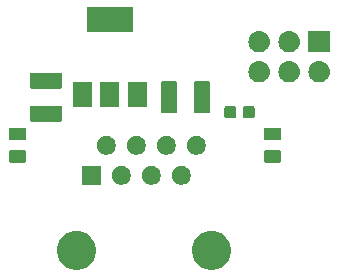
<source format=gbr>
G04 #@! TF.GenerationSoftware,KiCad,Pcbnew,(5.1.2)-2*
G04 #@! TF.CreationDate,2019-08-10T11:19:50-04:00*
G04 #@! TF.ProjectId,toyota-angle-sensor,746f796f-7461-42d6-916e-676c652d7365,rev?*
G04 #@! TF.SameCoordinates,Original*
G04 #@! TF.FileFunction,Soldermask,Top*
G04 #@! TF.FilePolarity,Negative*
%FSLAX46Y46*%
G04 Gerber Fmt 4.6, Leading zero omitted, Abs format (unit mm)*
G04 Created by KiCad (PCBNEW (5.1.2)-2) date 2019-08-10 11:19:50*
%MOMM*%
%LPD*%
G04 APERTURE LIST*
%ADD10C,0.100000*%
G04 APERTURE END LIST*
D10*
G36*
X133115656Y-139627998D02*
G01*
X133221979Y-139649147D01*
X133522442Y-139773603D01*
X133792851Y-139954285D01*
X134022815Y-140184249D01*
X134203497Y-140454658D01*
X134327953Y-140755121D01*
X134391400Y-141074091D01*
X134391400Y-141399309D01*
X134327953Y-141718279D01*
X134203497Y-142018742D01*
X134022815Y-142289151D01*
X133792851Y-142519115D01*
X133522442Y-142699797D01*
X133221979Y-142824253D01*
X133115656Y-142845402D01*
X132903011Y-142887700D01*
X132577789Y-142887700D01*
X132365144Y-142845402D01*
X132258821Y-142824253D01*
X131958358Y-142699797D01*
X131687949Y-142519115D01*
X131457985Y-142289151D01*
X131277303Y-142018742D01*
X131152847Y-141718279D01*
X131089400Y-141399309D01*
X131089400Y-141074091D01*
X131152847Y-140755121D01*
X131277303Y-140454658D01*
X131457985Y-140184249D01*
X131687949Y-139954285D01*
X131958358Y-139773603D01*
X132258821Y-139649147D01*
X132365144Y-139627998D01*
X132577789Y-139585700D01*
X132903011Y-139585700D01*
X133115656Y-139627998D01*
X133115656Y-139627998D01*
G37*
G36*
X121685656Y-139627998D02*
G01*
X121791979Y-139649147D01*
X122092442Y-139773603D01*
X122362851Y-139954285D01*
X122592815Y-140184249D01*
X122773497Y-140454658D01*
X122897953Y-140755121D01*
X122961400Y-141074091D01*
X122961400Y-141399309D01*
X122897953Y-141718279D01*
X122773497Y-142018742D01*
X122592815Y-142289151D01*
X122362851Y-142519115D01*
X122092442Y-142699797D01*
X121791979Y-142824253D01*
X121685656Y-142845402D01*
X121473011Y-142887700D01*
X121147789Y-142887700D01*
X120935144Y-142845402D01*
X120828821Y-142824253D01*
X120528358Y-142699797D01*
X120257949Y-142519115D01*
X120027985Y-142289151D01*
X119847303Y-142018742D01*
X119722847Y-141718279D01*
X119659400Y-141399309D01*
X119659400Y-141074091D01*
X119722847Y-140755121D01*
X119847303Y-140454658D01*
X120027985Y-140184249D01*
X120257949Y-139954285D01*
X120528358Y-139773603D01*
X120828821Y-139649147D01*
X120935144Y-139627998D01*
X121147789Y-139585700D01*
X121473011Y-139585700D01*
X121685656Y-139627998D01*
X121685656Y-139627998D01*
G37*
G36*
X130434042Y-134116481D02*
G01*
X130579814Y-134176862D01*
X130579816Y-134176863D01*
X130711008Y-134264522D01*
X130822578Y-134376092D01*
X130910237Y-134507284D01*
X130910238Y-134507286D01*
X130970619Y-134653058D01*
X131001400Y-134807807D01*
X131001400Y-134965593D01*
X130970619Y-135120342D01*
X130910238Y-135266114D01*
X130910237Y-135266116D01*
X130822578Y-135397308D01*
X130711008Y-135508878D01*
X130579816Y-135596537D01*
X130579815Y-135596538D01*
X130579814Y-135596538D01*
X130434042Y-135656919D01*
X130279293Y-135687700D01*
X130121507Y-135687700D01*
X129966758Y-135656919D01*
X129820986Y-135596538D01*
X129820985Y-135596538D01*
X129820984Y-135596537D01*
X129689792Y-135508878D01*
X129578222Y-135397308D01*
X129490563Y-135266116D01*
X129490562Y-135266114D01*
X129430181Y-135120342D01*
X129399400Y-134965593D01*
X129399400Y-134807807D01*
X129430181Y-134653058D01*
X129490562Y-134507286D01*
X129490563Y-134507284D01*
X129578222Y-134376092D01*
X129689792Y-134264522D01*
X129820984Y-134176863D01*
X129820986Y-134176862D01*
X129966758Y-134116481D01*
X130121507Y-134085700D01*
X130279293Y-134085700D01*
X130434042Y-134116481D01*
X130434042Y-134116481D01*
G37*
G36*
X127894042Y-134116481D02*
G01*
X128039814Y-134176862D01*
X128039816Y-134176863D01*
X128171008Y-134264522D01*
X128282578Y-134376092D01*
X128370237Y-134507284D01*
X128370238Y-134507286D01*
X128430619Y-134653058D01*
X128461400Y-134807807D01*
X128461400Y-134965593D01*
X128430619Y-135120342D01*
X128370238Y-135266114D01*
X128370237Y-135266116D01*
X128282578Y-135397308D01*
X128171008Y-135508878D01*
X128039816Y-135596537D01*
X128039815Y-135596538D01*
X128039814Y-135596538D01*
X127894042Y-135656919D01*
X127739293Y-135687700D01*
X127581507Y-135687700D01*
X127426758Y-135656919D01*
X127280986Y-135596538D01*
X127280985Y-135596538D01*
X127280984Y-135596537D01*
X127149792Y-135508878D01*
X127038222Y-135397308D01*
X126950563Y-135266116D01*
X126950562Y-135266114D01*
X126890181Y-135120342D01*
X126859400Y-134965593D01*
X126859400Y-134807807D01*
X126890181Y-134653058D01*
X126950562Y-134507286D01*
X126950563Y-134507284D01*
X127038222Y-134376092D01*
X127149792Y-134264522D01*
X127280984Y-134176863D01*
X127280986Y-134176862D01*
X127426758Y-134116481D01*
X127581507Y-134085700D01*
X127739293Y-134085700D01*
X127894042Y-134116481D01*
X127894042Y-134116481D01*
G37*
G36*
X125354042Y-134116481D02*
G01*
X125499814Y-134176862D01*
X125499816Y-134176863D01*
X125631008Y-134264522D01*
X125742578Y-134376092D01*
X125830237Y-134507284D01*
X125830238Y-134507286D01*
X125890619Y-134653058D01*
X125921400Y-134807807D01*
X125921400Y-134965593D01*
X125890619Y-135120342D01*
X125830238Y-135266114D01*
X125830237Y-135266116D01*
X125742578Y-135397308D01*
X125631008Y-135508878D01*
X125499816Y-135596537D01*
X125499815Y-135596538D01*
X125499814Y-135596538D01*
X125354042Y-135656919D01*
X125199293Y-135687700D01*
X125041507Y-135687700D01*
X124886758Y-135656919D01*
X124740986Y-135596538D01*
X124740985Y-135596538D01*
X124740984Y-135596537D01*
X124609792Y-135508878D01*
X124498222Y-135397308D01*
X124410563Y-135266116D01*
X124410562Y-135266114D01*
X124350181Y-135120342D01*
X124319400Y-134965593D01*
X124319400Y-134807807D01*
X124350181Y-134653058D01*
X124410562Y-134507286D01*
X124410563Y-134507284D01*
X124498222Y-134376092D01*
X124609792Y-134264522D01*
X124740984Y-134176863D01*
X124740986Y-134176862D01*
X124886758Y-134116481D01*
X125041507Y-134085700D01*
X125199293Y-134085700D01*
X125354042Y-134116481D01*
X125354042Y-134116481D01*
G37*
G36*
X123381400Y-135687700D02*
G01*
X121779400Y-135687700D01*
X121779400Y-134085700D01*
X123381400Y-134085700D01*
X123381400Y-135687700D01*
X123381400Y-135687700D01*
G37*
G36*
X116916468Y-132737565D02*
G01*
X116955138Y-132749296D01*
X116990777Y-132768346D01*
X117022017Y-132793983D01*
X117047654Y-132825223D01*
X117066704Y-132860862D01*
X117078435Y-132899532D01*
X117083000Y-132945888D01*
X117083000Y-133597112D01*
X117078435Y-133643468D01*
X117066704Y-133682138D01*
X117047654Y-133717777D01*
X117022017Y-133749017D01*
X116990777Y-133774654D01*
X116955138Y-133793704D01*
X116916468Y-133805435D01*
X116870112Y-133810000D01*
X115793888Y-133810000D01*
X115747532Y-133805435D01*
X115708862Y-133793704D01*
X115673223Y-133774654D01*
X115641983Y-133749017D01*
X115616346Y-133717777D01*
X115597296Y-133682138D01*
X115585565Y-133643468D01*
X115581000Y-133597112D01*
X115581000Y-132945888D01*
X115585565Y-132899532D01*
X115597296Y-132860862D01*
X115616346Y-132825223D01*
X115641983Y-132793983D01*
X115673223Y-132768346D01*
X115708862Y-132749296D01*
X115747532Y-132737565D01*
X115793888Y-132733000D01*
X116870112Y-132733000D01*
X116916468Y-132737565D01*
X116916468Y-132737565D01*
G37*
G36*
X138506468Y-132737565D02*
G01*
X138545138Y-132749296D01*
X138580777Y-132768346D01*
X138612017Y-132793983D01*
X138637654Y-132825223D01*
X138656704Y-132860862D01*
X138668435Y-132899532D01*
X138673000Y-132945888D01*
X138673000Y-133597112D01*
X138668435Y-133643468D01*
X138656704Y-133682138D01*
X138637654Y-133717777D01*
X138612017Y-133749017D01*
X138580777Y-133774654D01*
X138545138Y-133793704D01*
X138506468Y-133805435D01*
X138460112Y-133810000D01*
X137383888Y-133810000D01*
X137337532Y-133805435D01*
X137298862Y-133793704D01*
X137263223Y-133774654D01*
X137231983Y-133749017D01*
X137206346Y-133717777D01*
X137187296Y-133682138D01*
X137175565Y-133643468D01*
X137171000Y-133597112D01*
X137171000Y-132945888D01*
X137175565Y-132899532D01*
X137187296Y-132860862D01*
X137206346Y-132825223D01*
X137231983Y-132793983D01*
X137263223Y-132768346D01*
X137298862Y-132749296D01*
X137337532Y-132737565D01*
X137383888Y-132733000D01*
X138460112Y-132733000D01*
X138506468Y-132737565D01*
X138506468Y-132737565D01*
G37*
G36*
X131704042Y-131576481D02*
G01*
X131849814Y-131636862D01*
X131849816Y-131636863D01*
X131981008Y-131724522D01*
X132092578Y-131836092D01*
X132180237Y-131967284D01*
X132180238Y-131967286D01*
X132240619Y-132113058D01*
X132271400Y-132267807D01*
X132271400Y-132425593D01*
X132240619Y-132580342D01*
X132180238Y-132726114D01*
X132180237Y-132726116D01*
X132092578Y-132857308D01*
X131981008Y-132968878D01*
X131849816Y-133056537D01*
X131849815Y-133056538D01*
X131849814Y-133056538D01*
X131704042Y-133116919D01*
X131549293Y-133147700D01*
X131391507Y-133147700D01*
X131236758Y-133116919D01*
X131090986Y-133056538D01*
X131090985Y-133056538D01*
X131090984Y-133056537D01*
X130959792Y-132968878D01*
X130848222Y-132857308D01*
X130760563Y-132726116D01*
X130760562Y-132726114D01*
X130700181Y-132580342D01*
X130669400Y-132425593D01*
X130669400Y-132267807D01*
X130700181Y-132113058D01*
X130760562Y-131967286D01*
X130760563Y-131967284D01*
X130848222Y-131836092D01*
X130959792Y-131724522D01*
X131090984Y-131636863D01*
X131090986Y-131636862D01*
X131236758Y-131576481D01*
X131391507Y-131545700D01*
X131549293Y-131545700D01*
X131704042Y-131576481D01*
X131704042Y-131576481D01*
G37*
G36*
X129164042Y-131576481D02*
G01*
X129309814Y-131636862D01*
X129309816Y-131636863D01*
X129441008Y-131724522D01*
X129552578Y-131836092D01*
X129640237Y-131967284D01*
X129640238Y-131967286D01*
X129700619Y-132113058D01*
X129731400Y-132267807D01*
X129731400Y-132425593D01*
X129700619Y-132580342D01*
X129640238Y-132726114D01*
X129640237Y-132726116D01*
X129552578Y-132857308D01*
X129441008Y-132968878D01*
X129309816Y-133056537D01*
X129309815Y-133056538D01*
X129309814Y-133056538D01*
X129164042Y-133116919D01*
X129009293Y-133147700D01*
X128851507Y-133147700D01*
X128696758Y-133116919D01*
X128550986Y-133056538D01*
X128550985Y-133056538D01*
X128550984Y-133056537D01*
X128419792Y-132968878D01*
X128308222Y-132857308D01*
X128220563Y-132726116D01*
X128220562Y-132726114D01*
X128160181Y-132580342D01*
X128129400Y-132425593D01*
X128129400Y-132267807D01*
X128160181Y-132113058D01*
X128220562Y-131967286D01*
X128220563Y-131967284D01*
X128308222Y-131836092D01*
X128419792Y-131724522D01*
X128550984Y-131636863D01*
X128550986Y-131636862D01*
X128696758Y-131576481D01*
X128851507Y-131545700D01*
X129009293Y-131545700D01*
X129164042Y-131576481D01*
X129164042Y-131576481D01*
G37*
G36*
X126624042Y-131576481D02*
G01*
X126769814Y-131636862D01*
X126769816Y-131636863D01*
X126901008Y-131724522D01*
X127012578Y-131836092D01*
X127100237Y-131967284D01*
X127100238Y-131967286D01*
X127160619Y-132113058D01*
X127191400Y-132267807D01*
X127191400Y-132425593D01*
X127160619Y-132580342D01*
X127100238Y-132726114D01*
X127100237Y-132726116D01*
X127012578Y-132857308D01*
X126901008Y-132968878D01*
X126769816Y-133056537D01*
X126769815Y-133056538D01*
X126769814Y-133056538D01*
X126624042Y-133116919D01*
X126469293Y-133147700D01*
X126311507Y-133147700D01*
X126156758Y-133116919D01*
X126010986Y-133056538D01*
X126010985Y-133056538D01*
X126010984Y-133056537D01*
X125879792Y-132968878D01*
X125768222Y-132857308D01*
X125680563Y-132726116D01*
X125680562Y-132726114D01*
X125620181Y-132580342D01*
X125589400Y-132425593D01*
X125589400Y-132267807D01*
X125620181Y-132113058D01*
X125680562Y-131967286D01*
X125680563Y-131967284D01*
X125768222Y-131836092D01*
X125879792Y-131724522D01*
X126010984Y-131636863D01*
X126010986Y-131636862D01*
X126156758Y-131576481D01*
X126311507Y-131545700D01*
X126469293Y-131545700D01*
X126624042Y-131576481D01*
X126624042Y-131576481D01*
G37*
G36*
X124084042Y-131576481D02*
G01*
X124229814Y-131636862D01*
X124229816Y-131636863D01*
X124361008Y-131724522D01*
X124472578Y-131836092D01*
X124560237Y-131967284D01*
X124560238Y-131967286D01*
X124620619Y-132113058D01*
X124651400Y-132267807D01*
X124651400Y-132425593D01*
X124620619Y-132580342D01*
X124560238Y-132726114D01*
X124560237Y-132726116D01*
X124472578Y-132857308D01*
X124361008Y-132968878D01*
X124229816Y-133056537D01*
X124229815Y-133056538D01*
X124229814Y-133056538D01*
X124084042Y-133116919D01*
X123929293Y-133147700D01*
X123771507Y-133147700D01*
X123616758Y-133116919D01*
X123470986Y-133056538D01*
X123470985Y-133056538D01*
X123470984Y-133056537D01*
X123339792Y-132968878D01*
X123228222Y-132857308D01*
X123140563Y-132726116D01*
X123140562Y-132726114D01*
X123080181Y-132580342D01*
X123049400Y-132425593D01*
X123049400Y-132267807D01*
X123080181Y-132113058D01*
X123140562Y-131967286D01*
X123140563Y-131967284D01*
X123228222Y-131836092D01*
X123339792Y-131724522D01*
X123470984Y-131636863D01*
X123470986Y-131636862D01*
X123616758Y-131576481D01*
X123771507Y-131545700D01*
X123929293Y-131545700D01*
X124084042Y-131576481D01*
X124084042Y-131576481D01*
G37*
G36*
X116916468Y-130862565D02*
G01*
X116955138Y-130874296D01*
X116990777Y-130893346D01*
X117022017Y-130918983D01*
X117047654Y-130950223D01*
X117066704Y-130985862D01*
X117078435Y-131024532D01*
X117083000Y-131070888D01*
X117083000Y-131722112D01*
X117078435Y-131768468D01*
X117066704Y-131807138D01*
X117047654Y-131842777D01*
X117022017Y-131874017D01*
X116990777Y-131899654D01*
X116955138Y-131918704D01*
X116916468Y-131930435D01*
X116870112Y-131935000D01*
X115793888Y-131935000D01*
X115747532Y-131930435D01*
X115708862Y-131918704D01*
X115673223Y-131899654D01*
X115641983Y-131874017D01*
X115616346Y-131842777D01*
X115597296Y-131807138D01*
X115585565Y-131768468D01*
X115581000Y-131722112D01*
X115581000Y-131070888D01*
X115585565Y-131024532D01*
X115597296Y-130985862D01*
X115616346Y-130950223D01*
X115641983Y-130918983D01*
X115673223Y-130893346D01*
X115708862Y-130874296D01*
X115747532Y-130862565D01*
X115793888Y-130858000D01*
X116870112Y-130858000D01*
X116916468Y-130862565D01*
X116916468Y-130862565D01*
G37*
G36*
X138506468Y-130862565D02*
G01*
X138545138Y-130874296D01*
X138580777Y-130893346D01*
X138612017Y-130918983D01*
X138637654Y-130950223D01*
X138656704Y-130985862D01*
X138668435Y-131024532D01*
X138673000Y-131070888D01*
X138673000Y-131722112D01*
X138668435Y-131768468D01*
X138656704Y-131807138D01*
X138637654Y-131842777D01*
X138612017Y-131874017D01*
X138580777Y-131899654D01*
X138545138Y-131918704D01*
X138506468Y-131930435D01*
X138460112Y-131935000D01*
X137383888Y-131935000D01*
X137337532Y-131930435D01*
X137298862Y-131918704D01*
X137263223Y-131899654D01*
X137231983Y-131874017D01*
X137206346Y-131842777D01*
X137187296Y-131807138D01*
X137175565Y-131768468D01*
X137171000Y-131722112D01*
X137171000Y-131070888D01*
X137175565Y-131024532D01*
X137187296Y-130985862D01*
X137206346Y-130950223D01*
X137231983Y-130918983D01*
X137263223Y-130893346D01*
X137298862Y-130874296D01*
X137337532Y-130862565D01*
X137383888Y-130858000D01*
X138460112Y-130858000D01*
X138506468Y-130862565D01*
X138506468Y-130862565D01*
G37*
G36*
X119963604Y-128998347D02*
G01*
X120000144Y-129009432D01*
X120033821Y-129027433D01*
X120063341Y-129051659D01*
X120087567Y-129081179D01*
X120105568Y-129114856D01*
X120116653Y-129151396D01*
X120121000Y-129195538D01*
X120121000Y-130144462D01*
X120116653Y-130188604D01*
X120105568Y-130225144D01*
X120087567Y-130258821D01*
X120063341Y-130288341D01*
X120033821Y-130312567D01*
X120000144Y-130330568D01*
X119963604Y-130341653D01*
X119919462Y-130346000D01*
X117570538Y-130346000D01*
X117526396Y-130341653D01*
X117489856Y-130330568D01*
X117456179Y-130312567D01*
X117426659Y-130288341D01*
X117402433Y-130258821D01*
X117384432Y-130225144D01*
X117373347Y-130188604D01*
X117369000Y-130144462D01*
X117369000Y-129195538D01*
X117373347Y-129151396D01*
X117384432Y-129114856D01*
X117402433Y-129081179D01*
X117426659Y-129051659D01*
X117456179Y-129027433D01*
X117489856Y-129009432D01*
X117526396Y-128998347D01*
X117570538Y-128994000D01*
X119919462Y-128994000D01*
X119963604Y-128998347D01*
X119963604Y-128998347D01*
G37*
G36*
X136257591Y-129018085D02*
G01*
X136291569Y-129028393D01*
X136322890Y-129045134D01*
X136350339Y-129067661D01*
X136372866Y-129095110D01*
X136389607Y-129126431D01*
X136399915Y-129160409D01*
X136404000Y-129201890D01*
X136404000Y-129878110D01*
X136399915Y-129919591D01*
X136389607Y-129953569D01*
X136372866Y-129984890D01*
X136350339Y-130012339D01*
X136322890Y-130034866D01*
X136291569Y-130051607D01*
X136257591Y-130061915D01*
X136216110Y-130066000D01*
X135614890Y-130066000D01*
X135573409Y-130061915D01*
X135539431Y-130051607D01*
X135508110Y-130034866D01*
X135480661Y-130012339D01*
X135458134Y-129984890D01*
X135441393Y-129953569D01*
X135431085Y-129919591D01*
X135427000Y-129878110D01*
X135427000Y-129201890D01*
X135431085Y-129160409D01*
X135441393Y-129126431D01*
X135458134Y-129095110D01*
X135480661Y-129067661D01*
X135508110Y-129045134D01*
X135539431Y-129028393D01*
X135573409Y-129018085D01*
X135614890Y-129014000D01*
X136216110Y-129014000D01*
X136257591Y-129018085D01*
X136257591Y-129018085D01*
G37*
G36*
X134682591Y-129018085D02*
G01*
X134716569Y-129028393D01*
X134747890Y-129045134D01*
X134775339Y-129067661D01*
X134797866Y-129095110D01*
X134814607Y-129126431D01*
X134824915Y-129160409D01*
X134829000Y-129201890D01*
X134829000Y-129878110D01*
X134824915Y-129919591D01*
X134814607Y-129953569D01*
X134797866Y-129984890D01*
X134775339Y-130012339D01*
X134747890Y-130034866D01*
X134716569Y-130051607D01*
X134682591Y-130061915D01*
X134641110Y-130066000D01*
X134039890Y-130066000D01*
X133998409Y-130061915D01*
X133964431Y-130051607D01*
X133933110Y-130034866D01*
X133905661Y-130012339D01*
X133883134Y-129984890D01*
X133866393Y-129953569D01*
X133856085Y-129919591D01*
X133852000Y-129878110D01*
X133852000Y-129201890D01*
X133856085Y-129160409D01*
X133866393Y-129126431D01*
X133883134Y-129095110D01*
X133905661Y-129067661D01*
X133933110Y-129045134D01*
X133964431Y-129028393D01*
X133998409Y-129018085D01*
X134039890Y-129014000D01*
X134641110Y-129014000D01*
X134682591Y-129018085D01*
X134682591Y-129018085D01*
G37*
G36*
X132474604Y-126898347D02*
G01*
X132511144Y-126909432D01*
X132544821Y-126927433D01*
X132574341Y-126951659D01*
X132598567Y-126981179D01*
X132616568Y-127014856D01*
X132627653Y-127051396D01*
X132632000Y-127095538D01*
X132632000Y-129444462D01*
X132627653Y-129488604D01*
X132616568Y-129525144D01*
X132598567Y-129558821D01*
X132574341Y-129588341D01*
X132544821Y-129612567D01*
X132511144Y-129630568D01*
X132474604Y-129641653D01*
X132430462Y-129646000D01*
X131481538Y-129646000D01*
X131437396Y-129641653D01*
X131400856Y-129630568D01*
X131367179Y-129612567D01*
X131337659Y-129588341D01*
X131313433Y-129558821D01*
X131295432Y-129525144D01*
X131284347Y-129488604D01*
X131280000Y-129444462D01*
X131280000Y-127095538D01*
X131284347Y-127051396D01*
X131295432Y-127014856D01*
X131313433Y-126981179D01*
X131337659Y-126951659D01*
X131367179Y-126927433D01*
X131400856Y-126909432D01*
X131437396Y-126898347D01*
X131481538Y-126894000D01*
X132430462Y-126894000D01*
X132474604Y-126898347D01*
X132474604Y-126898347D01*
G37*
G36*
X129674604Y-126898347D02*
G01*
X129711144Y-126909432D01*
X129744821Y-126927433D01*
X129774341Y-126951659D01*
X129798567Y-126981179D01*
X129816568Y-127014856D01*
X129827653Y-127051396D01*
X129832000Y-127095538D01*
X129832000Y-129444462D01*
X129827653Y-129488604D01*
X129816568Y-129525144D01*
X129798567Y-129558821D01*
X129774341Y-129588341D01*
X129744821Y-129612567D01*
X129711144Y-129630568D01*
X129674604Y-129641653D01*
X129630462Y-129646000D01*
X128681538Y-129646000D01*
X128637396Y-129641653D01*
X128600856Y-129630568D01*
X128567179Y-129612567D01*
X128537659Y-129588341D01*
X128513433Y-129558821D01*
X128495432Y-129525144D01*
X128484347Y-129488604D01*
X128480000Y-129444462D01*
X128480000Y-127095538D01*
X128484347Y-127051396D01*
X128495432Y-127014856D01*
X128513433Y-126981179D01*
X128537659Y-126951659D01*
X128567179Y-126927433D01*
X128600856Y-126909432D01*
X128637396Y-126898347D01*
X128681538Y-126894000D01*
X129630462Y-126894000D01*
X129674604Y-126898347D01*
X129674604Y-126898347D01*
G37*
G36*
X124956200Y-129067400D02*
G01*
X123354200Y-129067400D01*
X123354200Y-126965400D01*
X124956200Y-126965400D01*
X124956200Y-129067400D01*
X124956200Y-129067400D01*
G37*
G36*
X127256200Y-129067400D02*
G01*
X125654200Y-129067400D01*
X125654200Y-126965400D01*
X127256200Y-126965400D01*
X127256200Y-129067400D01*
X127256200Y-129067400D01*
G37*
G36*
X122656200Y-129067400D02*
G01*
X121054200Y-129067400D01*
X121054200Y-126965400D01*
X122656200Y-126965400D01*
X122656200Y-129067400D01*
X122656200Y-129067400D01*
G37*
G36*
X119963604Y-126198347D02*
G01*
X120000144Y-126209432D01*
X120033821Y-126227433D01*
X120063341Y-126251659D01*
X120087567Y-126281179D01*
X120105568Y-126314856D01*
X120116653Y-126351396D01*
X120121000Y-126395538D01*
X120121000Y-127344462D01*
X120116653Y-127388604D01*
X120105568Y-127425144D01*
X120087567Y-127458821D01*
X120063341Y-127488341D01*
X120033821Y-127512567D01*
X120000144Y-127530568D01*
X119963604Y-127541653D01*
X119919462Y-127546000D01*
X117570538Y-127546000D01*
X117526396Y-127541653D01*
X117489856Y-127530568D01*
X117456179Y-127512567D01*
X117426659Y-127488341D01*
X117402433Y-127458821D01*
X117384432Y-127425144D01*
X117373347Y-127388604D01*
X117369000Y-127344462D01*
X117369000Y-126395538D01*
X117373347Y-126351396D01*
X117384432Y-126314856D01*
X117402433Y-126281179D01*
X117426659Y-126251659D01*
X117456179Y-126227433D01*
X117489856Y-126209432D01*
X117526396Y-126198347D01*
X117570538Y-126194000D01*
X119919462Y-126194000D01*
X119963604Y-126198347D01*
X119963604Y-126198347D01*
G37*
G36*
X141969443Y-125216519D02*
G01*
X142035627Y-125223037D01*
X142205466Y-125274557D01*
X142361991Y-125358222D01*
X142397729Y-125387552D01*
X142499186Y-125470814D01*
X142582448Y-125572271D01*
X142611778Y-125608009D01*
X142695443Y-125764534D01*
X142746963Y-125934373D01*
X142764359Y-126111000D01*
X142746963Y-126287627D01*
X142695443Y-126457466D01*
X142611778Y-126613991D01*
X142582448Y-126649729D01*
X142499186Y-126751186D01*
X142397729Y-126834448D01*
X142361991Y-126863778D01*
X142205466Y-126947443D01*
X142035627Y-126998963D01*
X141969443Y-127005481D01*
X141903260Y-127012000D01*
X141814740Y-127012000D01*
X141748557Y-127005481D01*
X141682373Y-126998963D01*
X141512534Y-126947443D01*
X141356009Y-126863778D01*
X141320271Y-126834448D01*
X141218814Y-126751186D01*
X141135552Y-126649729D01*
X141106222Y-126613991D01*
X141022557Y-126457466D01*
X140971037Y-126287627D01*
X140953641Y-126111000D01*
X140971037Y-125934373D01*
X141022557Y-125764534D01*
X141106222Y-125608009D01*
X141135552Y-125572271D01*
X141218814Y-125470814D01*
X141320271Y-125387552D01*
X141356009Y-125358222D01*
X141512534Y-125274557D01*
X141682373Y-125223037D01*
X141748557Y-125216519D01*
X141814740Y-125210000D01*
X141903260Y-125210000D01*
X141969443Y-125216519D01*
X141969443Y-125216519D01*
G37*
G36*
X139429443Y-125216519D02*
G01*
X139495627Y-125223037D01*
X139665466Y-125274557D01*
X139821991Y-125358222D01*
X139857729Y-125387552D01*
X139959186Y-125470814D01*
X140042448Y-125572271D01*
X140071778Y-125608009D01*
X140155443Y-125764534D01*
X140206963Y-125934373D01*
X140224359Y-126111000D01*
X140206963Y-126287627D01*
X140155443Y-126457466D01*
X140071778Y-126613991D01*
X140042448Y-126649729D01*
X139959186Y-126751186D01*
X139857729Y-126834448D01*
X139821991Y-126863778D01*
X139665466Y-126947443D01*
X139495627Y-126998963D01*
X139429443Y-127005481D01*
X139363260Y-127012000D01*
X139274740Y-127012000D01*
X139208557Y-127005481D01*
X139142373Y-126998963D01*
X138972534Y-126947443D01*
X138816009Y-126863778D01*
X138780271Y-126834448D01*
X138678814Y-126751186D01*
X138595552Y-126649729D01*
X138566222Y-126613991D01*
X138482557Y-126457466D01*
X138431037Y-126287627D01*
X138413641Y-126111000D01*
X138431037Y-125934373D01*
X138482557Y-125764534D01*
X138566222Y-125608009D01*
X138595552Y-125572271D01*
X138678814Y-125470814D01*
X138780271Y-125387552D01*
X138816009Y-125358222D01*
X138972534Y-125274557D01*
X139142373Y-125223037D01*
X139208557Y-125216519D01*
X139274740Y-125210000D01*
X139363260Y-125210000D01*
X139429443Y-125216519D01*
X139429443Y-125216519D01*
G37*
G36*
X136889443Y-125216519D02*
G01*
X136955627Y-125223037D01*
X137125466Y-125274557D01*
X137281991Y-125358222D01*
X137317729Y-125387552D01*
X137419186Y-125470814D01*
X137502448Y-125572271D01*
X137531778Y-125608009D01*
X137615443Y-125764534D01*
X137666963Y-125934373D01*
X137684359Y-126111000D01*
X137666963Y-126287627D01*
X137615443Y-126457466D01*
X137531778Y-126613991D01*
X137502448Y-126649729D01*
X137419186Y-126751186D01*
X137317729Y-126834448D01*
X137281991Y-126863778D01*
X137125466Y-126947443D01*
X136955627Y-126998963D01*
X136889443Y-127005481D01*
X136823260Y-127012000D01*
X136734740Y-127012000D01*
X136668557Y-127005481D01*
X136602373Y-126998963D01*
X136432534Y-126947443D01*
X136276009Y-126863778D01*
X136240271Y-126834448D01*
X136138814Y-126751186D01*
X136055552Y-126649729D01*
X136026222Y-126613991D01*
X135942557Y-126457466D01*
X135891037Y-126287627D01*
X135873641Y-126111000D01*
X135891037Y-125934373D01*
X135942557Y-125764534D01*
X136026222Y-125608009D01*
X136055552Y-125572271D01*
X136138814Y-125470814D01*
X136240271Y-125387552D01*
X136276009Y-125358222D01*
X136432534Y-125274557D01*
X136602373Y-125223037D01*
X136668557Y-125216519D01*
X136734740Y-125210000D01*
X136823260Y-125210000D01*
X136889443Y-125216519D01*
X136889443Y-125216519D01*
G37*
G36*
X136889443Y-122676519D02*
G01*
X136955627Y-122683037D01*
X137125466Y-122734557D01*
X137281991Y-122818222D01*
X137317729Y-122847552D01*
X137419186Y-122930814D01*
X137502448Y-123032271D01*
X137531778Y-123068009D01*
X137615443Y-123224534D01*
X137666963Y-123394373D01*
X137684359Y-123571000D01*
X137666963Y-123747627D01*
X137615443Y-123917466D01*
X137531778Y-124073991D01*
X137502448Y-124109729D01*
X137419186Y-124211186D01*
X137317729Y-124294448D01*
X137281991Y-124323778D01*
X137125466Y-124407443D01*
X136955627Y-124458963D01*
X136889442Y-124465482D01*
X136823260Y-124472000D01*
X136734740Y-124472000D01*
X136668558Y-124465482D01*
X136602373Y-124458963D01*
X136432534Y-124407443D01*
X136276009Y-124323778D01*
X136240271Y-124294448D01*
X136138814Y-124211186D01*
X136055552Y-124109729D01*
X136026222Y-124073991D01*
X135942557Y-123917466D01*
X135891037Y-123747627D01*
X135873641Y-123571000D01*
X135891037Y-123394373D01*
X135942557Y-123224534D01*
X136026222Y-123068009D01*
X136055552Y-123032271D01*
X136138814Y-122930814D01*
X136240271Y-122847552D01*
X136276009Y-122818222D01*
X136432534Y-122734557D01*
X136602373Y-122683037D01*
X136668557Y-122676519D01*
X136734740Y-122670000D01*
X136823260Y-122670000D01*
X136889443Y-122676519D01*
X136889443Y-122676519D01*
G37*
G36*
X139429443Y-122676519D02*
G01*
X139495627Y-122683037D01*
X139665466Y-122734557D01*
X139821991Y-122818222D01*
X139857729Y-122847552D01*
X139959186Y-122930814D01*
X140042448Y-123032271D01*
X140071778Y-123068009D01*
X140155443Y-123224534D01*
X140206963Y-123394373D01*
X140224359Y-123571000D01*
X140206963Y-123747627D01*
X140155443Y-123917466D01*
X140071778Y-124073991D01*
X140042448Y-124109729D01*
X139959186Y-124211186D01*
X139857729Y-124294448D01*
X139821991Y-124323778D01*
X139665466Y-124407443D01*
X139495627Y-124458963D01*
X139429442Y-124465482D01*
X139363260Y-124472000D01*
X139274740Y-124472000D01*
X139208558Y-124465482D01*
X139142373Y-124458963D01*
X138972534Y-124407443D01*
X138816009Y-124323778D01*
X138780271Y-124294448D01*
X138678814Y-124211186D01*
X138595552Y-124109729D01*
X138566222Y-124073991D01*
X138482557Y-123917466D01*
X138431037Y-123747627D01*
X138413641Y-123571000D01*
X138431037Y-123394373D01*
X138482557Y-123224534D01*
X138566222Y-123068009D01*
X138595552Y-123032271D01*
X138678814Y-122930814D01*
X138780271Y-122847552D01*
X138816009Y-122818222D01*
X138972534Y-122734557D01*
X139142373Y-122683037D01*
X139208557Y-122676519D01*
X139274740Y-122670000D01*
X139363260Y-122670000D01*
X139429443Y-122676519D01*
X139429443Y-122676519D01*
G37*
G36*
X142760000Y-124472000D02*
G01*
X140958000Y-124472000D01*
X140958000Y-122670000D01*
X142760000Y-122670000D01*
X142760000Y-124472000D01*
X142760000Y-124472000D01*
G37*
G36*
X126106200Y-122767400D02*
G01*
X122204200Y-122767400D01*
X122204200Y-120665400D01*
X126106200Y-120665400D01*
X126106200Y-122767400D01*
X126106200Y-122767400D01*
G37*
M02*

</source>
